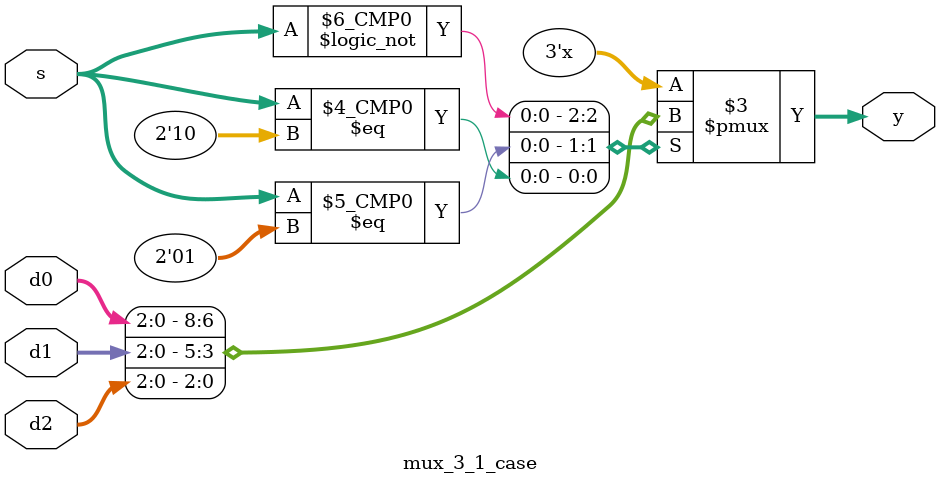
<source format=v>
module mux_3_1_case (
	input      [1:0] s,
	input      [2:0] d0,
	input      [2:0] d1,
	input      [2:0] d2,
	output reg [2:0] y
);

always @(*) begin
	case (s)
		2'b00: y = d0;
		2'b01: y = d1;
		2'b10: y = d2;
		default: y = 3'bxxx;
	endcase
end

endmodule

</source>
